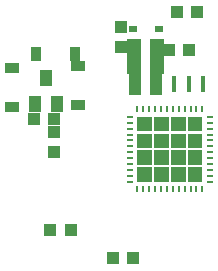
<source format=gbr>
G04 EAGLE Gerber RS-274X export*
G75*
%MOMM*%
%FSLAX34Y34*%
%LPD*%
%INSolderpaste Bottom*%
%IPPOS*%
%AMOC8*
5,1,8,0,0,1.08239X$1,22.5*%
G01*
%ADD10R,0.400000X1.399997*%
%ADD11R,0.254000X0.550000*%
%ADD12R,0.550000X0.254000*%
%ADD13R,1.000000X1.100000*%
%ADD14R,1.100000X1.000000*%
%ADD15R,1.300000X1.500000*%
%ADD16R,0.800000X0.500000*%
%ADD17R,1.000000X1.400000*%
%ADD18R,1.220000X0.915000*%
%ADD19R,0.915000X1.220000*%

G36*
X-115425Y105586D02*
X-115425Y105586D01*
X-115423Y105585D01*
X-115380Y105605D01*
X-115336Y105624D01*
X-115336Y105626D01*
X-115334Y105627D01*
X-115301Y105712D01*
X-115301Y117936D01*
X-115302Y117938D01*
X-115301Y117940D01*
X-115321Y117983D01*
X-115339Y118026D01*
X-115341Y118027D01*
X-115342Y118029D01*
X-115427Y118062D01*
X-127651Y118062D01*
X-127653Y118061D01*
X-127655Y118062D01*
X-127698Y118042D01*
X-127742Y118023D01*
X-127742Y118021D01*
X-127744Y118020D01*
X-127777Y117936D01*
X-127777Y105712D01*
X-127776Y105710D01*
X-127777Y105707D01*
X-127757Y105664D01*
X-127739Y105621D01*
X-127737Y105620D01*
X-127736Y105618D01*
X-127651Y105585D01*
X-115427Y105585D01*
X-115425Y105586D01*
G37*
G36*
X-129649Y105586D02*
X-129649Y105586D01*
X-129647Y105585D01*
X-129604Y105605D01*
X-129560Y105624D01*
X-129560Y105626D01*
X-129558Y105627D01*
X-129525Y105712D01*
X-129525Y117936D01*
X-129526Y117938D01*
X-129525Y117940D01*
X-129545Y117983D01*
X-129563Y118026D01*
X-129565Y118027D01*
X-129566Y118029D01*
X-129651Y118062D01*
X-141875Y118062D01*
X-141877Y118061D01*
X-141879Y118062D01*
X-141922Y118042D01*
X-141966Y118023D01*
X-141966Y118021D01*
X-141968Y118020D01*
X-142001Y117936D01*
X-142001Y105712D01*
X-142000Y105710D01*
X-142001Y105707D01*
X-141981Y105664D01*
X-141963Y105621D01*
X-141961Y105620D01*
X-141960Y105618D01*
X-141875Y105585D01*
X-129651Y105585D01*
X-129649Y105586D01*
G37*
G36*
X-143873Y105586D02*
X-143873Y105586D01*
X-143871Y105585D01*
X-143828Y105605D01*
X-143784Y105624D01*
X-143784Y105626D01*
X-143782Y105627D01*
X-143749Y105712D01*
X-143749Y117936D01*
X-143750Y117938D01*
X-143749Y117940D01*
X-143769Y117983D01*
X-143787Y118026D01*
X-143789Y118027D01*
X-143790Y118029D01*
X-143875Y118062D01*
X-156099Y118062D01*
X-156101Y118061D01*
X-156103Y118062D01*
X-156146Y118042D01*
X-156190Y118023D01*
X-156190Y118021D01*
X-156192Y118020D01*
X-156225Y117936D01*
X-156225Y105712D01*
X-156224Y105710D01*
X-156225Y105707D01*
X-156205Y105664D01*
X-156187Y105621D01*
X-156185Y105620D01*
X-156184Y105618D01*
X-156099Y105585D01*
X-143875Y105585D01*
X-143873Y105586D01*
G37*
G36*
X-158097Y105586D02*
X-158097Y105586D01*
X-158095Y105585D01*
X-158052Y105605D01*
X-158008Y105624D01*
X-158008Y105626D01*
X-158006Y105627D01*
X-157973Y105712D01*
X-157973Y117936D01*
X-157974Y117938D01*
X-157973Y117940D01*
X-157993Y117983D01*
X-158011Y118026D01*
X-158013Y118027D01*
X-158014Y118029D01*
X-158099Y118062D01*
X-170323Y118062D01*
X-170325Y118061D01*
X-170327Y118062D01*
X-170370Y118042D01*
X-170414Y118023D01*
X-170414Y118021D01*
X-170416Y118020D01*
X-170449Y117936D01*
X-170449Y105712D01*
X-170448Y105710D01*
X-170449Y105707D01*
X-170429Y105664D01*
X-170411Y105621D01*
X-170409Y105620D01*
X-170408Y105618D01*
X-170323Y105585D01*
X-158099Y105585D01*
X-158097Y105586D01*
G37*
G36*
X-115425Y91362D02*
X-115425Y91362D01*
X-115423Y91361D01*
X-115380Y91381D01*
X-115336Y91400D01*
X-115336Y91402D01*
X-115334Y91403D01*
X-115301Y91488D01*
X-115301Y103712D01*
X-115302Y103714D01*
X-115301Y103716D01*
X-115321Y103759D01*
X-115339Y103802D01*
X-115341Y103803D01*
X-115342Y103805D01*
X-115427Y103838D01*
X-127651Y103838D01*
X-127653Y103837D01*
X-127655Y103838D01*
X-127698Y103818D01*
X-127742Y103799D01*
X-127742Y103797D01*
X-127744Y103796D01*
X-127777Y103712D01*
X-127777Y91488D01*
X-127776Y91486D01*
X-127777Y91483D01*
X-127757Y91440D01*
X-127739Y91397D01*
X-127737Y91396D01*
X-127736Y91394D01*
X-127651Y91361D01*
X-115427Y91361D01*
X-115425Y91362D01*
G37*
G36*
X-158097Y91362D02*
X-158097Y91362D01*
X-158095Y91361D01*
X-158052Y91381D01*
X-158008Y91400D01*
X-158008Y91402D01*
X-158006Y91403D01*
X-157973Y91488D01*
X-157973Y103712D01*
X-157974Y103714D01*
X-157973Y103716D01*
X-157993Y103759D01*
X-158011Y103802D01*
X-158013Y103803D01*
X-158014Y103805D01*
X-158099Y103838D01*
X-170323Y103838D01*
X-170325Y103837D01*
X-170327Y103838D01*
X-170370Y103818D01*
X-170414Y103799D01*
X-170414Y103797D01*
X-170416Y103796D01*
X-170449Y103712D01*
X-170449Y91488D01*
X-170448Y91486D01*
X-170449Y91483D01*
X-170429Y91440D01*
X-170411Y91397D01*
X-170409Y91396D01*
X-170408Y91394D01*
X-170323Y91361D01*
X-158099Y91361D01*
X-158097Y91362D01*
G37*
G36*
X-143873Y91362D02*
X-143873Y91362D01*
X-143871Y91361D01*
X-143828Y91381D01*
X-143784Y91400D01*
X-143784Y91402D01*
X-143782Y91403D01*
X-143749Y91488D01*
X-143749Y103712D01*
X-143750Y103714D01*
X-143749Y103716D01*
X-143769Y103759D01*
X-143787Y103802D01*
X-143789Y103803D01*
X-143790Y103805D01*
X-143875Y103838D01*
X-156099Y103838D01*
X-156101Y103837D01*
X-156103Y103838D01*
X-156146Y103818D01*
X-156190Y103799D01*
X-156190Y103797D01*
X-156192Y103796D01*
X-156225Y103712D01*
X-156225Y91488D01*
X-156224Y91486D01*
X-156225Y91483D01*
X-156205Y91440D01*
X-156187Y91397D01*
X-156185Y91396D01*
X-156184Y91394D01*
X-156099Y91361D01*
X-143875Y91361D01*
X-143873Y91362D01*
G37*
G36*
X-129649Y91362D02*
X-129649Y91362D01*
X-129647Y91361D01*
X-129604Y91381D01*
X-129560Y91400D01*
X-129560Y91402D01*
X-129558Y91403D01*
X-129525Y91488D01*
X-129525Y103712D01*
X-129526Y103714D01*
X-129525Y103716D01*
X-129545Y103759D01*
X-129563Y103802D01*
X-129565Y103803D01*
X-129566Y103805D01*
X-129651Y103838D01*
X-141875Y103838D01*
X-141877Y103837D01*
X-141879Y103838D01*
X-141922Y103818D01*
X-141966Y103799D01*
X-141966Y103797D01*
X-141968Y103796D01*
X-142001Y103712D01*
X-142001Y91488D01*
X-142000Y91486D01*
X-142001Y91483D01*
X-141981Y91440D01*
X-141963Y91397D01*
X-141961Y91396D01*
X-141960Y91394D01*
X-141875Y91361D01*
X-129651Y91361D01*
X-129649Y91362D01*
G37*
G36*
X-143873Y77138D02*
X-143873Y77138D01*
X-143871Y77137D01*
X-143828Y77157D01*
X-143784Y77176D01*
X-143784Y77178D01*
X-143782Y77179D01*
X-143749Y77264D01*
X-143749Y89488D01*
X-143750Y89490D01*
X-143749Y89492D01*
X-143769Y89535D01*
X-143787Y89578D01*
X-143789Y89579D01*
X-143790Y89581D01*
X-143875Y89614D01*
X-156099Y89614D01*
X-156101Y89613D01*
X-156103Y89614D01*
X-156146Y89594D01*
X-156190Y89575D01*
X-156190Y89573D01*
X-156192Y89572D01*
X-156225Y89488D01*
X-156225Y77264D01*
X-156224Y77262D01*
X-156225Y77259D01*
X-156205Y77216D01*
X-156187Y77173D01*
X-156185Y77172D01*
X-156184Y77170D01*
X-156099Y77137D01*
X-143875Y77137D01*
X-143873Y77138D01*
G37*
G36*
X-115425Y77138D02*
X-115425Y77138D01*
X-115423Y77137D01*
X-115380Y77157D01*
X-115336Y77176D01*
X-115336Y77178D01*
X-115334Y77179D01*
X-115301Y77264D01*
X-115301Y89488D01*
X-115302Y89490D01*
X-115301Y89492D01*
X-115321Y89535D01*
X-115339Y89578D01*
X-115341Y89579D01*
X-115342Y89581D01*
X-115427Y89614D01*
X-127651Y89614D01*
X-127653Y89613D01*
X-127655Y89614D01*
X-127698Y89594D01*
X-127742Y89575D01*
X-127742Y89573D01*
X-127744Y89572D01*
X-127777Y89488D01*
X-127777Y77264D01*
X-127776Y77262D01*
X-127777Y77259D01*
X-127757Y77216D01*
X-127739Y77173D01*
X-127737Y77172D01*
X-127736Y77170D01*
X-127651Y77137D01*
X-115427Y77137D01*
X-115425Y77138D01*
G37*
G36*
X-129649Y77138D02*
X-129649Y77138D01*
X-129647Y77137D01*
X-129604Y77157D01*
X-129560Y77176D01*
X-129560Y77178D01*
X-129558Y77179D01*
X-129525Y77264D01*
X-129525Y89488D01*
X-129526Y89490D01*
X-129525Y89492D01*
X-129545Y89535D01*
X-129563Y89578D01*
X-129565Y89579D01*
X-129566Y89581D01*
X-129651Y89614D01*
X-141875Y89614D01*
X-141877Y89613D01*
X-141879Y89614D01*
X-141922Y89594D01*
X-141966Y89575D01*
X-141966Y89573D01*
X-141968Y89572D01*
X-142001Y89488D01*
X-142001Y77264D01*
X-142000Y77262D01*
X-142001Y77259D01*
X-141981Y77216D01*
X-141963Y77173D01*
X-141961Y77172D01*
X-141960Y77170D01*
X-141875Y77137D01*
X-129651Y77137D01*
X-129649Y77138D01*
G37*
G36*
X-158097Y77138D02*
X-158097Y77138D01*
X-158095Y77137D01*
X-158052Y77157D01*
X-158008Y77176D01*
X-158008Y77178D01*
X-158006Y77179D01*
X-157973Y77264D01*
X-157973Y89488D01*
X-157974Y89490D01*
X-157973Y89492D01*
X-157993Y89535D01*
X-158011Y89578D01*
X-158013Y89579D01*
X-158014Y89581D01*
X-158099Y89614D01*
X-170323Y89614D01*
X-170325Y89613D01*
X-170327Y89614D01*
X-170370Y89594D01*
X-170414Y89575D01*
X-170414Y89573D01*
X-170416Y89572D01*
X-170449Y89488D01*
X-170449Y77264D01*
X-170448Y77262D01*
X-170449Y77259D01*
X-170429Y77216D01*
X-170411Y77173D01*
X-170409Y77172D01*
X-170408Y77170D01*
X-170323Y77137D01*
X-158099Y77137D01*
X-158097Y77138D01*
G37*
G36*
X-129649Y62914D02*
X-129649Y62914D01*
X-129647Y62913D01*
X-129604Y62933D01*
X-129560Y62952D01*
X-129560Y62954D01*
X-129558Y62955D01*
X-129525Y63040D01*
X-129525Y75264D01*
X-129526Y75266D01*
X-129525Y75268D01*
X-129545Y75311D01*
X-129563Y75354D01*
X-129565Y75355D01*
X-129566Y75357D01*
X-129651Y75390D01*
X-141875Y75390D01*
X-141877Y75389D01*
X-141879Y75390D01*
X-141922Y75370D01*
X-141966Y75351D01*
X-141966Y75349D01*
X-141968Y75348D01*
X-142001Y75264D01*
X-142001Y63040D01*
X-142000Y63038D01*
X-142001Y63035D01*
X-141981Y62992D01*
X-141963Y62949D01*
X-141961Y62948D01*
X-141960Y62946D01*
X-141875Y62913D01*
X-129651Y62913D01*
X-129649Y62914D01*
G37*
G36*
X-143873Y62914D02*
X-143873Y62914D01*
X-143871Y62913D01*
X-143828Y62933D01*
X-143784Y62952D01*
X-143784Y62954D01*
X-143782Y62955D01*
X-143749Y63040D01*
X-143749Y75264D01*
X-143750Y75266D01*
X-143749Y75268D01*
X-143769Y75311D01*
X-143787Y75354D01*
X-143789Y75355D01*
X-143790Y75357D01*
X-143875Y75390D01*
X-156099Y75390D01*
X-156101Y75389D01*
X-156103Y75390D01*
X-156146Y75370D01*
X-156190Y75351D01*
X-156190Y75349D01*
X-156192Y75348D01*
X-156225Y75264D01*
X-156225Y63040D01*
X-156224Y63038D01*
X-156225Y63035D01*
X-156205Y62992D01*
X-156187Y62949D01*
X-156185Y62948D01*
X-156184Y62946D01*
X-156099Y62913D01*
X-143875Y62913D01*
X-143873Y62914D01*
G37*
G36*
X-158097Y62914D02*
X-158097Y62914D01*
X-158095Y62913D01*
X-158052Y62933D01*
X-158008Y62952D01*
X-158008Y62954D01*
X-158006Y62955D01*
X-157973Y63040D01*
X-157973Y75264D01*
X-157974Y75266D01*
X-157973Y75268D01*
X-157993Y75311D01*
X-158011Y75354D01*
X-158013Y75355D01*
X-158014Y75357D01*
X-158099Y75390D01*
X-170323Y75390D01*
X-170325Y75389D01*
X-170327Y75390D01*
X-170370Y75370D01*
X-170414Y75351D01*
X-170414Y75349D01*
X-170416Y75348D01*
X-170449Y75264D01*
X-170449Y63040D01*
X-170448Y63038D01*
X-170449Y63035D01*
X-170429Y62992D01*
X-170411Y62949D01*
X-170409Y62948D01*
X-170408Y62946D01*
X-170323Y62913D01*
X-158099Y62913D01*
X-158097Y62914D01*
G37*
G36*
X-115425Y62914D02*
X-115425Y62914D01*
X-115423Y62913D01*
X-115380Y62933D01*
X-115336Y62952D01*
X-115336Y62954D01*
X-115334Y62955D01*
X-115301Y63040D01*
X-115301Y75264D01*
X-115302Y75266D01*
X-115301Y75268D01*
X-115321Y75311D01*
X-115339Y75354D01*
X-115341Y75355D01*
X-115342Y75357D01*
X-115427Y75390D01*
X-127651Y75390D01*
X-127653Y75389D01*
X-127655Y75390D01*
X-127698Y75370D01*
X-127742Y75351D01*
X-127742Y75349D01*
X-127744Y75348D01*
X-127777Y75264D01*
X-127777Y63040D01*
X-127776Y63038D01*
X-127777Y63035D01*
X-127757Y62992D01*
X-127739Y62949D01*
X-127737Y62948D01*
X-127736Y62946D01*
X-127651Y62913D01*
X-115427Y62913D01*
X-115425Y62914D01*
G37*
D10*
X-115000Y146050D03*
X-127000Y146050D03*
X-139000Y146050D03*
D11*
X-170382Y124288D03*
X-165381Y124288D03*
X-160379Y124288D03*
X-155378Y124288D03*
X-150377Y124288D03*
X-145376Y124288D03*
X-140374Y124288D03*
X-135373Y124288D03*
X-130372Y124288D03*
X-125371Y124288D03*
X-120369Y124288D03*
X-115368Y124288D03*
D12*
X-109075Y117995D03*
X-109075Y112994D03*
X-109075Y107992D03*
X-109075Y102991D03*
X-109075Y97990D03*
X-109075Y92989D03*
X-109075Y87987D03*
X-109075Y82986D03*
X-109075Y77985D03*
X-109075Y72984D03*
X-109075Y67982D03*
X-109075Y62981D03*
D11*
X-115368Y56688D03*
X-120369Y56688D03*
X-125371Y56688D03*
X-130372Y56688D03*
X-135373Y56688D03*
X-140374Y56688D03*
X-145376Y56688D03*
X-150377Y56688D03*
X-155378Y56688D03*
X-160379Y56688D03*
X-165381Y56688D03*
X-170382Y56688D03*
D12*
X-176675Y62981D03*
X-176675Y67982D03*
X-176675Y72984D03*
X-176675Y77985D03*
X-176675Y82986D03*
X-176675Y87987D03*
X-176675Y92989D03*
X-176675Y97990D03*
X-176675Y102991D03*
X-176675Y107992D03*
X-176675Y112994D03*
X-176675Y117995D03*
D13*
X-227013Y22225D03*
X-244013Y22225D03*
D14*
X-137088Y206375D03*
X-120088Y206375D03*
D13*
X-191063Y-1588D03*
X-174063Y-1588D03*
D15*
X-172988Y176213D03*
X-153988Y176213D03*
D14*
X-172013Y150813D03*
X-155013Y150813D03*
D13*
X-126438Y174625D03*
X-143438Y174625D03*
D14*
X-172013Y141288D03*
X-155013Y141288D03*
X-184150Y194238D03*
X-184150Y177238D03*
D16*
X-174513Y192088D03*
X-152513Y192088D03*
D15*
X-172988Y161925D03*
X-153988Y161925D03*
D14*
X-241300Y105338D03*
X-241300Y88338D03*
D13*
X-240738Y115888D03*
X-257738Y115888D03*
D17*
X-247650Y150700D03*
X-257150Y128700D03*
X-238150Y128700D03*
D18*
X-220663Y128088D03*
X-220663Y160838D03*
D19*
X-256088Y171450D03*
X-223338Y171450D03*
D18*
X-276225Y126500D03*
X-276225Y159250D03*
M02*

</source>
